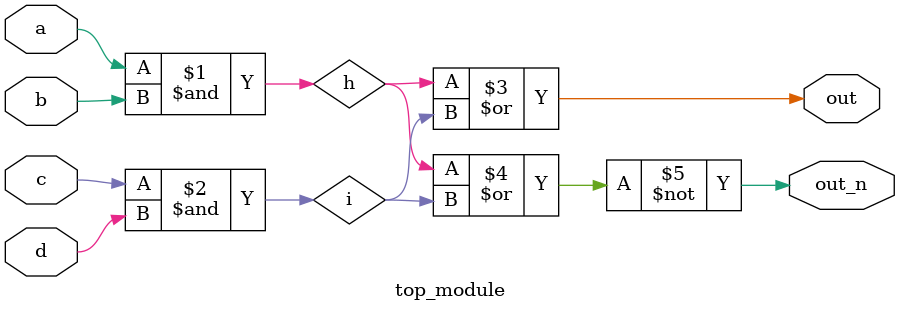
<source format=v>
module top_module(
    input a,
    input b,
    input c,
    input d,
    output out,
    output out_n   );
    wire h,i;
    assign h=a&b;
    assign i=c&d;
    assign out=(h|i);
    assign out_n=~(h|i);
endmodule

</source>
